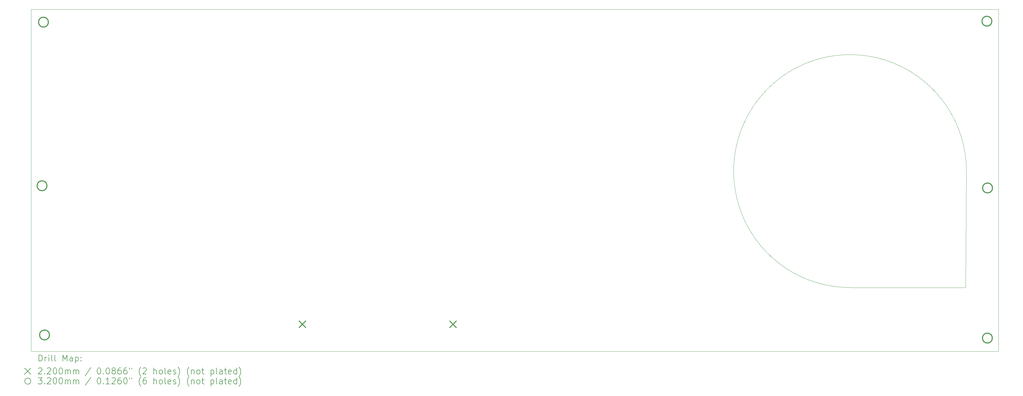
<source format=gbr>
%TF.GenerationSoftware,KiCad,Pcbnew,(6.0.7)*%
%TF.CreationDate,2022-12-19T11:26:11-08:00*%
%TF.ProjectId,openot rev2,6f70656e-6f74-4207-9265-76322e6b6963,rev?*%
%TF.SameCoordinates,Original*%
%TF.FileFunction,Drillmap*%
%TF.FilePolarity,Positive*%
%FSLAX45Y45*%
G04 Gerber Fmt 4.5, Leading zero omitted, Abs format (unit mm)*
G04 Created by KiCad (PCBNEW (6.0.7)) date 2022-12-19 11:26:11*
%MOMM*%
%LPD*%
G01*
G04 APERTURE LIST*
%ADD10C,0.050000*%
%ADD11C,0.100000*%
%ADD12C,0.200000*%
%ADD13C,0.220000*%
%ADD14C,0.320000*%
G04 APERTURE END LIST*
D10*
X36415000Y-16750000D02*
X32665000Y-16750000D01*
X36440000Y-12975000D02*
X36415000Y-16750000D01*
D11*
X6099568Y-7738563D02*
X37478728Y-7738563D01*
X37478728Y-7738563D02*
X37478728Y-18818043D01*
X37478728Y-18818043D02*
X6099568Y-18818043D01*
X6099568Y-18818043D02*
X6099568Y-7738563D01*
D10*
X36440000Y-12975000D02*
G75*
G03*
X32665000Y-16750000I-3775000J0D01*
G01*
D12*
D13*
X14791347Y-17826453D02*
X15011347Y-18046453D01*
X15011347Y-17826453D02*
X14791347Y-18046453D01*
X19675767Y-17823913D02*
X19895767Y-18043913D01*
X19895767Y-17823913D02*
X19675767Y-18043913D01*
D14*
X6617708Y-13451023D02*
G75*
G03*
X6617708Y-13451023I-160000J0D01*
G01*
X6663428Y-8147503D02*
G75*
G03*
X6663428Y-8147503I-160000J0D01*
G01*
X6698988Y-18287183D02*
G75*
G03*
X6698988Y-18287183I-160000J0D01*
G01*
X37265348Y-8117023D02*
G75*
G03*
X37265348Y-8117023I-160000J0D01*
G01*
X37280588Y-18388783D02*
G75*
G03*
X37280588Y-18388783I-160000J0D01*
G01*
X37285668Y-13522143D02*
G75*
G03*
X37285668Y-13522143I-160000J0D01*
G01*
D12*
X6352187Y-19133520D02*
X6352187Y-18933520D01*
X6399806Y-18933520D01*
X6428378Y-18943043D01*
X6447425Y-18962091D01*
X6456949Y-18981139D01*
X6466473Y-19019234D01*
X6466473Y-19047805D01*
X6456949Y-19085901D01*
X6447425Y-19104948D01*
X6428378Y-19123996D01*
X6399806Y-19133520D01*
X6352187Y-19133520D01*
X6552187Y-19133520D02*
X6552187Y-19000186D01*
X6552187Y-19038281D02*
X6561711Y-19019234D01*
X6571235Y-19009710D01*
X6590282Y-19000186D01*
X6609330Y-19000186D01*
X6675997Y-19133520D02*
X6675997Y-19000186D01*
X6675997Y-18933520D02*
X6666473Y-18943043D01*
X6675997Y-18952567D01*
X6685521Y-18943043D01*
X6675997Y-18933520D01*
X6675997Y-18952567D01*
X6799806Y-19133520D02*
X6780759Y-19123996D01*
X6771235Y-19104948D01*
X6771235Y-18933520D01*
X6904568Y-19133520D02*
X6885521Y-19123996D01*
X6875997Y-19104948D01*
X6875997Y-18933520D01*
X7133140Y-19133520D02*
X7133140Y-18933520D01*
X7199806Y-19076377D01*
X7266473Y-18933520D01*
X7266473Y-19133520D01*
X7447425Y-19133520D02*
X7447425Y-19028758D01*
X7437902Y-19009710D01*
X7418854Y-19000186D01*
X7380759Y-19000186D01*
X7361711Y-19009710D01*
X7447425Y-19123996D02*
X7428378Y-19133520D01*
X7380759Y-19133520D01*
X7361711Y-19123996D01*
X7352187Y-19104948D01*
X7352187Y-19085901D01*
X7361711Y-19066853D01*
X7380759Y-19057329D01*
X7428378Y-19057329D01*
X7447425Y-19047805D01*
X7542663Y-19000186D02*
X7542663Y-19200186D01*
X7542663Y-19009710D02*
X7561711Y-19000186D01*
X7599806Y-19000186D01*
X7618854Y-19009710D01*
X7628378Y-19019234D01*
X7637902Y-19038281D01*
X7637902Y-19095424D01*
X7628378Y-19114472D01*
X7618854Y-19123996D01*
X7599806Y-19133520D01*
X7561711Y-19133520D01*
X7542663Y-19123996D01*
X7723616Y-19114472D02*
X7733140Y-19123996D01*
X7723616Y-19133520D01*
X7714092Y-19123996D01*
X7723616Y-19114472D01*
X7723616Y-19133520D01*
X7723616Y-19009710D02*
X7733140Y-19019234D01*
X7723616Y-19028758D01*
X7714092Y-19019234D01*
X7723616Y-19009710D01*
X7723616Y-19028758D01*
X5894568Y-19363043D02*
X6094568Y-19563043D01*
X6094568Y-19363043D02*
X5894568Y-19563043D01*
X6342663Y-19372567D02*
X6352187Y-19363043D01*
X6371235Y-19353520D01*
X6418854Y-19353520D01*
X6437902Y-19363043D01*
X6447425Y-19372567D01*
X6456949Y-19391615D01*
X6456949Y-19410662D01*
X6447425Y-19439234D01*
X6333140Y-19553520D01*
X6456949Y-19553520D01*
X6542663Y-19534472D02*
X6552187Y-19543996D01*
X6542663Y-19553520D01*
X6533140Y-19543996D01*
X6542663Y-19534472D01*
X6542663Y-19553520D01*
X6628378Y-19372567D02*
X6637902Y-19363043D01*
X6656949Y-19353520D01*
X6704568Y-19353520D01*
X6723616Y-19363043D01*
X6733140Y-19372567D01*
X6742663Y-19391615D01*
X6742663Y-19410662D01*
X6733140Y-19439234D01*
X6618854Y-19553520D01*
X6742663Y-19553520D01*
X6866473Y-19353520D02*
X6885521Y-19353520D01*
X6904568Y-19363043D01*
X6914092Y-19372567D01*
X6923616Y-19391615D01*
X6933140Y-19429710D01*
X6933140Y-19477329D01*
X6923616Y-19515424D01*
X6914092Y-19534472D01*
X6904568Y-19543996D01*
X6885521Y-19553520D01*
X6866473Y-19553520D01*
X6847425Y-19543996D01*
X6837902Y-19534472D01*
X6828378Y-19515424D01*
X6818854Y-19477329D01*
X6818854Y-19429710D01*
X6828378Y-19391615D01*
X6837902Y-19372567D01*
X6847425Y-19363043D01*
X6866473Y-19353520D01*
X7056949Y-19353520D02*
X7075997Y-19353520D01*
X7095044Y-19363043D01*
X7104568Y-19372567D01*
X7114092Y-19391615D01*
X7123616Y-19429710D01*
X7123616Y-19477329D01*
X7114092Y-19515424D01*
X7104568Y-19534472D01*
X7095044Y-19543996D01*
X7075997Y-19553520D01*
X7056949Y-19553520D01*
X7037902Y-19543996D01*
X7028378Y-19534472D01*
X7018854Y-19515424D01*
X7009330Y-19477329D01*
X7009330Y-19429710D01*
X7018854Y-19391615D01*
X7028378Y-19372567D01*
X7037902Y-19363043D01*
X7056949Y-19353520D01*
X7209330Y-19553520D02*
X7209330Y-19420186D01*
X7209330Y-19439234D02*
X7218854Y-19429710D01*
X7237902Y-19420186D01*
X7266473Y-19420186D01*
X7285521Y-19429710D01*
X7295044Y-19448758D01*
X7295044Y-19553520D01*
X7295044Y-19448758D02*
X7304568Y-19429710D01*
X7323616Y-19420186D01*
X7352187Y-19420186D01*
X7371235Y-19429710D01*
X7380759Y-19448758D01*
X7380759Y-19553520D01*
X7475997Y-19553520D02*
X7475997Y-19420186D01*
X7475997Y-19439234D02*
X7485521Y-19429710D01*
X7504568Y-19420186D01*
X7533140Y-19420186D01*
X7552187Y-19429710D01*
X7561711Y-19448758D01*
X7561711Y-19553520D01*
X7561711Y-19448758D02*
X7571235Y-19429710D01*
X7590282Y-19420186D01*
X7618854Y-19420186D01*
X7637902Y-19429710D01*
X7647425Y-19448758D01*
X7647425Y-19553520D01*
X8037902Y-19343996D02*
X7866473Y-19601139D01*
X8295044Y-19353520D02*
X8314092Y-19353520D01*
X8333140Y-19363043D01*
X8342663Y-19372567D01*
X8352187Y-19391615D01*
X8361711Y-19429710D01*
X8361711Y-19477329D01*
X8352187Y-19515424D01*
X8342663Y-19534472D01*
X8333140Y-19543996D01*
X8314092Y-19553520D01*
X8295044Y-19553520D01*
X8275997Y-19543996D01*
X8266473Y-19534472D01*
X8256949Y-19515424D01*
X8247425Y-19477329D01*
X8247425Y-19429710D01*
X8256949Y-19391615D01*
X8266473Y-19372567D01*
X8275997Y-19363043D01*
X8295044Y-19353520D01*
X8447425Y-19534472D02*
X8456949Y-19543996D01*
X8447425Y-19553520D01*
X8437902Y-19543996D01*
X8447425Y-19534472D01*
X8447425Y-19553520D01*
X8580759Y-19353520D02*
X8599806Y-19353520D01*
X8618854Y-19363043D01*
X8628378Y-19372567D01*
X8637902Y-19391615D01*
X8647425Y-19429710D01*
X8647425Y-19477329D01*
X8637902Y-19515424D01*
X8628378Y-19534472D01*
X8618854Y-19543996D01*
X8599806Y-19553520D01*
X8580759Y-19553520D01*
X8561711Y-19543996D01*
X8552187Y-19534472D01*
X8542664Y-19515424D01*
X8533140Y-19477329D01*
X8533140Y-19429710D01*
X8542664Y-19391615D01*
X8552187Y-19372567D01*
X8561711Y-19363043D01*
X8580759Y-19353520D01*
X8761711Y-19439234D02*
X8742664Y-19429710D01*
X8733140Y-19420186D01*
X8723616Y-19401139D01*
X8723616Y-19391615D01*
X8733140Y-19372567D01*
X8742664Y-19363043D01*
X8761711Y-19353520D01*
X8799806Y-19353520D01*
X8818854Y-19363043D01*
X8828378Y-19372567D01*
X8837902Y-19391615D01*
X8837902Y-19401139D01*
X8828378Y-19420186D01*
X8818854Y-19429710D01*
X8799806Y-19439234D01*
X8761711Y-19439234D01*
X8742664Y-19448758D01*
X8733140Y-19458281D01*
X8723616Y-19477329D01*
X8723616Y-19515424D01*
X8733140Y-19534472D01*
X8742664Y-19543996D01*
X8761711Y-19553520D01*
X8799806Y-19553520D01*
X8818854Y-19543996D01*
X8828378Y-19534472D01*
X8837902Y-19515424D01*
X8837902Y-19477329D01*
X8828378Y-19458281D01*
X8818854Y-19448758D01*
X8799806Y-19439234D01*
X9009330Y-19353520D02*
X8971235Y-19353520D01*
X8952187Y-19363043D01*
X8942664Y-19372567D01*
X8923616Y-19401139D01*
X8914092Y-19439234D01*
X8914092Y-19515424D01*
X8923616Y-19534472D01*
X8933140Y-19543996D01*
X8952187Y-19553520D01*
X8990283Y-19553520D01*
X9009330Y-19543996D01*
X9018854Y-19534472D01*
X9028378Y-19515424D01*
X9028378Y-19467805D01*
X9018854Y-19448758D01*
X9009330Y-19439234D01*
X8990283Y-19429710D01*
X8952187Y-19429710D01*
X8933140Y-19439234D01*
X8923616Y-19448758D01*
X8914092Y-19467805D01*
X9199806Y-19353520D02*
X9161711Y-19353520D01*
X9142664Y-19363043D01*
X9133140Y-19372567D01*
X9114092Y-19401139D01*
X9104568Y-19439234D01*
X9104568Y-19515424D01*
X9114092Y-19534472D01*
X9123616Y-19543996D01*
X9142664Y-19553520D01*
X9180759Y-19553520D01*
X9199806Y-19543996D01*
X9209330Y-19534472D01*
X9218854Y-19515424D01*
X9218854Y-19467805D01*
X9209330Y-19448758D01*
X9199806Y-19439234D01*
X9180759Y-19429710D01*
X9142664Y-19429710D01*
X9123616Y-19439234D01*
X9114092Y-19448758D01*
X9104568Y-19467805D01*
X9295044Y-19353520D02*
X9295044Y-19391615D01*
X9371235Y-19353520D02*
X9371235Y-19391615D01*
X9666473Y-19629710D02*
X9656949Y-19620186D01*
X9637902Y-19591615D01*
X9628378Y-19572567D01*
X9618854Y-19543996D01*
X9609330Y-19496377D01*
X9609330Y-19458281D01*
X9618854Y-19410662D01*
X9628378Y-19382091D01*
X9637902Y-19363043D01*
X9656949Y-19334472D01*
X9666473Y-19324948D01*
X9733140Y-19372567D02*
X9742664Y-19363043D01*
X9761711Y-19353520D01*
X9809330Y-19353520D01*
X9828378Y-19363043D01*
X9837902Y-19372567D01*
X9847425Y-19391615D01*
X9847425Y-19410662D01*
X9837902Y-19439234D01*
X9723616Y-19553520D01*
X9847425Y-19553520D01*
X10085521Y-19553520D02*
X10085521Y-19353520D01*
X10171235Y-19553520D02*
X10171235Y-19448758D01*
X10161711Y-19429710D01*
X10142664Y-19420186D01*
X10114092Y-19420186D01*
X10095044Y-19429710D01*
X10085521Y-19439234D01*
X10295044Y-19553520D02*
X10275997Y-19543996D01*
X10266473Y-19534472D01*
X10256949Y-19515424D01*
X10256949Y-19458281D01*
X10266473Y-19439234D01*
X10275997Y-19429710D01*
X10295044Y-19420186D01*
X10323616Y-19420186D01*
X10342664Y-19429710D01*
X10352187Y-19439234D01*
X10361711Y-19458281D01*
X10361711Y-19515424D01*
X10352187Y-19534472D01*
X10342664Y-19543996D01*
X10323616Y-19553520D01*
X10295044Y-19553520D01*
X10475997Y-19553520D02*
X10456949Y-19543996D01*
X10447425Y-19524948D01*
X10447425Y-19353520D01*
X10628378Y-19543996D02*
X10609330Y-19553520D01*
X10571235Y-19553520D01*
X10552187Y-19543996D01*
X10542664Y-19524948D01*
X10542664Y-19448758D01*
X10552187Y-19429710D01*
X10571235Y-19420186D01*
X10609330Y-19420186D01*
X10628378Y-19429710D01*
X10637902Y-19448758D01*
X10637902Y-19467805D01*
X10542664Y-19486853D01*
X10714092Y-19543996D02*
X10733140Y-19553520D01*
X10771235Y-19553520D01*
X10790283Y-19543996D01*
X10799806Y-19524948D01*
X10799806Y-19515424D01*
X10790283Y-19496377D01*
X10771235Y-19486853D01*
X10742664Y-19486853D01*
X10723616Y-19477329D01*
X10714092Y-19458281D01*
X10714092Y-19448758D01*
X10723616Y-19429710D01*
X10742664Y-19420186D01*
X10771235Y-19420186D01*
X10790283Y-19429710D01*
X10866473Y-19629710D02*
X10875997Y-19620186D01*
X10895044Y-19591615D01*
X10904568Y-19572567D01*
X10914092Y-19543996D01*
X10923616Y-19496377D01*
X10923616Y-19458281D01*
X10914092Y-19410662D01*
X10904568Y-19382091D01*
X10895044Y-19363043D01*
X10875997Y-19334472D01*
X10866473Y-19324948D01*
X11228378Y-19629710D02*
X11218854Y-19620186D01*
X11199806Y-19591615D01*
X11190282Y-19572567D01*
X11180759Y-19543996D01*
X11171235Y-19496377D01*
X11171235Y-19458281D01*
X11180759Y-19410662D01*
X11190282Y-19382091D01*
X11199806Y-19363043D01*
X11218854Y-19334472D01*
X11228378Y-19324948D01*
X11304568Y-19420186D02*
X11304568Y-19553520D01*
X11304568Y-19439234D02*
X11314092Y-19429710D01*
X11333140Y-19420186D01*
X11361711Y-19420186D01*
X11380759Y-19429710D01*
X11390282Y-19448758D01*
X11390282Y-19553520D01*
X11514092Y-19553520D02*
X11495044Y-19543996D01*
X11485521Y-19534472D01*
X11475997Y-19515424D01*
X11475997Y-19458281D01*
X11485521Y-19439234D01*
X11495044Y-19429710D01*
X11514092Y-19420186D01*
X11542663Y-19420186D01*
X11561711Y-19429710D01*
X11571235Y-19439234D01*
X11580759Y-19458281D01*
X11580759Y-19515424D01*
X11571235Y-19534472D01*
X11561711Y-19543996D01*
X11542663Y-19553520D01*
X11514092Y-19553520D01*
X11637902Y-19420186D02*
X11714092Y-19420186D01*
X11666473Y-19353520D02*
X11666473Y-19524948D01*
X11675997Y-19543996D01*
X11695044Y-19553520D01*
X11714092Y-19553520D01*
X11933140Y-19420186D02*
X11933140Y-19620186D01*
X11933140Y-19429710D02*
X11952187Y-19420186D01*
X11990282Y-19420186D01*
X12009330Y-19429710D01*
X12018854Y-19439234D01*
X12028378Y-19458281D01*
X12028378Y-19515424D01*
X12018854Y-19534472D01*
X12009330Y-19543996D01*
X11990282Y-19553520D01*
X11952187Y-19553520D01*
X11933140Y-19543996D01*
X12142663Y-19553520D02*
X12123616Y-19543996D01*
X12114092Y-19524948D01*
X12114092Y-19353520D01*
X12304568Y-19553520D02*
X12304568Y-19448758D01*
X12295044Y-19429710D01*
X12275997Y-19420186D01*
X12237902Y-19420186D01*
X12218854Y-19429710D01*
X12304568Y-19543996D02*
X12285521Y-19553520D01*
X12237902Y-19553520D01*
X12218854Y-19543996D01*
X12209330Y-19524948D01*
X12209330Y-19505901D01*
X12218854Y-19486853D01*
X12237902Y-19477329D01*
X12285521Y-19477329D01*
X12304568Y-19467805D01*
X12371235Y-19420186D02*
X12447425Y-19420186D01*
X12399806Y-19353520D02*
X12399806Y-19524948D01*
X12409330Y-19543996D01*
X12428378Y-19553520D01*
X12447425Y-19553520D01*
X12590282Y-19543996D02*
X12571235Y-19553520D01*
X12533140Y-19553520D01*
X12514092Y-19543996D01*
X12504568Y-19524948D01*
X12504568Y-19448758D01*
X12514092Y-19429710D01*
X12533140Y-19420186D01*
X12571235Y-19420186D01*
X12590282Y-19429710D01*
X12599806Y-19448758D01*
X12599806Y-19467805D01*
X12504568Y-19486853D01*
X12771235Y-19553520D02*
X12771235Y-19353520D01*
X12771235Y-19543996D02*
X12752187Y-19553520D01*
X12714092Y-19553520D01*
X12695044Y-19543996D01*
X12685521Y-19534472D01*
X12675997Y-19515424D01*
X12675997Y-19458281D01*
X12685521Y-19439234D01*
X12695044Y-19429710D01*
X12714092Y-19420186D01*
X12752187Y-19420186D01*
X12771235Y-19429710D01*
X12847425Y-19629710D02*
X12856949Y-19620186D01*
X12875997Y-19591615D01*
X12885521Y-19572567D01*
X12895044Y-19543996D01*
X12904568Y-19496377D01*
X12904568Y-19458281D01*
X12895044Y-19410662D01*
X12885521Y-19382091D01*
X12875997Y-19363043D01*
X12856949Y-19334472D01*
X12847425Y-19324948D01*
X6094568Y-19783043D02*
G75*
G03*
X6094568Y-19783043I-100000J0D01*
G01*
X6333140Y-19673520D02*
X6456949Y-19673520D01*
X6390282Y-19749710D01*
X6418854Y-19749710D01*
X6437902Y-19759234D01*
X6447425Y-19768758D01*
X6456949Y-19787805D01*
X6456949Y-19835424D01*
X6447425Y-19854472D01*
X6437902Y-19863996D01*
X6418854Y-19873520D01*
X6361711Y-19873520D01*
X6342663Y-19863996D01*
X6333140Y-19854472D01*
X6542663Y-19854472D02*
X6552187Y-19863996D01*
X6542663Y-19873520D01*
X6533140Y-19863996D01*
X6542663Y-19854472D01*
X6542663Y-19873520D01*
X6628378Y-19692567D02*
X6637902Y-19683043D01*
X6656949Y-19673520D01*
X6704568Y-19673520D01*
X6723616Y-19683043D01*
X6733140Y-19692567D01*
X6742663Y-19711615D01*
X6742663Y-19730662D01*
X6733140Y-19759234D01*
X6618854Y-19873520D01*
X6742663Y-19873520D01*
X6866473Y-19673520D02*
X6885521Y-19673520D01*
X6904568Y-19683043D01*
X6914092Y-19692567D01*
X6923616Y-19711615D01*
X6933140Y-19749710D01*
X6933140Y-19797329D01*
X6923616Y-19835424D01*
X6914092Y-19854472D01*
X6904568Y-19863996D01*
X6885521Y-19873520D01*
X6866473Y-19873520D01*
X6847425Y-19863996D01*
X6837902Y-19854472D01*
X6828378Y-19835424D01*
X6818854Y-19797329D01*
X6818854Y-19749710D01*
X6828378Y-19711615D01*
X6837902Y-19692567D01*
X6847425Y-19683043D01*
X6866473Y-19673520D01*
X7056949Y-19673520D02*
X7075997Y-19673520D01*
X7095044Y-19683043D01*
X7104568Y-19692567D01*
X7114092Y-19711615D01*
X7123616Y-19749710D01*
X7123616Y-19797329D01*
X7114092Y-19835424D01*
X7104568Y-19854472D01*
X7095044Y-19863996D01*
X7075997Y-19873520D01*
X7056949Y-19873520D01*
X7037902Y-19863996D01*
X7028378Y-19854472D01*
X7018854Y-19835424D01*
X7009330Y-19797329D01*
X7009330Y-19749710D01*
X7018854Y-19711615D01*
X7028378Y-19692567D01*
X7037902Y-19683043D01*
X7056949Y-19673520D01*
X7209330Y-19873520D02*
X7209330Y-19740186D01*
X7209330Y-19759234D02*
X7218854Y-19749710D01*
X7237902Y-19740186D01*
X7266473Y-19740186D01*
X7285521Y-19749710D01*
X7295044Y-19768758D01*
X7295044Y-19873520D01*
X7295044Y-19768758D02*
X7304568Y-19749710D01*
X7323616Y-19740186D01*
X7352187Y-19740186D01*
X7371235Y-19749710D01*
X7380759Y-19768758D01*
X7380759Y-19873520D01*
X7475997Y-19873520D02*
X7475997Y-19740186D01*
X7475997Y-19759234D02*
X7485521Y-19749710D01*
X7504568Y-19740186D01*
X7533140Y-19740186D01*
X7552187Y-19749710D01*
X7561711Y-19768758D01*
X7561711Y-19873520D01*
X7561711Y-19768758D02*
X7571235Y-19749710D01*
X7590282Y-19740186D01*
X7618854Y-19740186D01*
X7637902Y-19749710D01*
X7647425Y-19768758D01*
X7647425Y-19873520D01*
X8037902Y-19663996D02*
X7866473Y-19921139D01*
X8295044Y-19673520D02*
X8314092Y-19673520D01*
X8333140Y-19683043D01*
X8342663Y-19692567D01*
X8352187Y-19711615D01*
X8361711Y-19749710D01*
X8361711Y-19797329D01*
X8352187Y-19835424D01*
X8342663Y-19854472D01*
X8333140Y-19863996D01*
X8314092Y-19873520D01*
X8295044Y-19873520D01*
X8275997Y-19863996D01*
X8266473Y-19854472D01*
X8256949Y-19835424D01*
X8247425Y-19797329D01*
X8247425Y-19749710D01*
X8256949Y-19711615D01*
X8266473Y-19692567D01*
X8275997Y-19683043D01*
X8295044Y-19673520D01*
X8447425Y-19854472D02*
X8456949Y-19863996D01*
X8447425Y-19873520D01*
X8437902Y-19863996D01*
X8447425Y-19854472D01*
X8447425Y-19873520D01*
X8647425Y-19873520D02*
X8533140Y-19873520D01*
X8590283Y-19873520D02*
X8590283Y-19673520D01*
X8571235Y-19702091D01*
X8552187Y-19721139D01*
X8533140Y-19730662D01*
X8723616Y-19692567D02*
X8733140Y-19683043D01*
X8752187Y-19673520D01*
X8799806Y-19673520D01*
X8818854Y-19683043D01*
X8828378Y-19692567D01*
X8837902Y-19711615D01*
X8837902Y-19730662D01*
X8828378Y-19759234D01*
X8714092Y-19873520D01*
X8837902Y-19873520D01*
X9009330Y-19673520D02*
X8971235Y-19673520D01*
X8952187Y-19683043D01*
X8942664Y-19692567D01*
X8923616Y-19721139D01*
X8914092Y-19759234D01*
X8914092Y-19835424D01*
X8923616Y-19854472D01*
X8933140Y-19863996D01*
X8952187Y-19873520D01*
X8990283Y-19873520D01*
X9009330Y-19863996D01*
X9018854Y-19854472D01*
X9028378Y-19835424D01*
X9028378Y-19787805D01*
X9018854Y-19768758D01*
X9009330Y-19759234D01*
X8990283Y-19749710D01*
X8952187Y-19749710D01*
X8933140Y-19759234D01*
X8923616Y-19768758D01*
X8914092Y-19787805D01*
X9152187Y-19673520D02*
X9171235Y-19673520D01*
X9190283Y-19683043D01*
X9199806Y-19692567D01*
X9209330Y-19711615D01*
X9218854Y-19749710D01*
X9218854Y-19797329D01*
X9209330Y-19835424D01*
X9199806Y-19854472D01*
X9190283Y-19863996D01*
X9171235Y-19873520D01*
X9152187Y-19873520D01*
X9133140Y-19863996D01*
X9123616Y-19854472D01*
X9114092Y-19835424D01*
X9104568Y-19797329D01*
X9104568Y-19749710D01*
X9114092Y-19711615D01*
X9123616Y-19692567D01*
X9133140Y-19683043D01*
X9152187Y-19673520D01*
X9295044Y-19673520D02*
X9295044Y-19711615D01*
X9371235Y-19673520D02*
X9371235Y-19711615D01*
X9666473Y-19949710D02*
X9656949Y-19940186D01*
X9637902Y-19911615D01*
X9628378Y-19892567D01*
X9618854Y-19863996D01*
X9609330Y-19816377D01*
X9609330Y-19778281D01*
X9618854Y-19730662D01*
X9628378Y-19702091D01*
X9637902Y-19683043D01*
X9656949Y-19654472D01*
X9666473Y-19644948D01*
X9828378Y-19673520D02*
X9790283Y-19673520D01*
X9771235Y-19683043D01*
X9761711Y-19692567D01*
X9742664Y-19721139D01*
X9733140Y-19759234D01*
X9733140Y-19835424D01*
X9742664Y-19854472D01*
X9752187Y-19863996D01*
X9771235Y-19873520D01*
X9809330Y-19873520D01*
X9828378Y-19863996D01*
X9837902Y-19854472D01*
X9847425Y-19835424D01*
X9847425Y-19787805D01*
X9837902Y-19768758D01*
X9828378Y-19759234D01*
X9809330Y-19749710D01*
X9771235Y-19749710D01*
X9752187Y-19759234D01*
X9742664Y-19768758D01*
X9733140Y-19787805D01*
X10085521Y-19873520D02*
X10085521Y-19673520D01*
X10171235Y-19873520D02*
X10171235Y-19768758D01*
X10161711Y-19749710D01*
X10142664Y-19740186D01*
X10114092Y-19740186D01*
X10095044Y-19749710D01*
X10085521Y-19759234D01*
X10295044Y-19873520D02*
X10275997Y-19863996D01*
X10266473Y-19854472D01*
X10256949Y-19835424D01*
X10256949Y-19778281D01*
X10266473Y-19759234D01*
X10275997Y-19749710D01*
X10295044Y-19740186D01*
X10323616Y-19740186D01*
X10342664Y-19749710D01*
X10352187Y-19759234D01*
X10361711Y-19778281D01*
X10361711Y-19835424D01*
X10352187Y-19854472D01*
X10342664Y-19863996D01*
X10323616Y-19873520D01*
X10295044Y-19873520D01*
X10475997Y-19873520D02*
X10456949Y-19863996D01*
X10447425Y-19844948D01*
X10447425Y-19673520D01*
X10628378Y-19863996D02*
X10609330Y-19873520D01*
X10571235Y-19873520D01*
X10552187Y-19863996D01*
X10542664Y-19844948D01*
X10542664Y-19768758D01*
X10552187Y-19749710D01*
X10571235Y-19740186D01*
X10609330Y-19740186D01*
X10628378Y-19749710D01*
X10637902Y-19768758D01*
X10637902Y-19787805D01*
X10542664Y-19806853D01*
X10714092Y-19863996D02*
X10733140Y-19873520D01*
X10771235Y-19873520D01*
X10790283Y-19863996D01*
X10799806Y-19844948D01*
X10799806Y-19835424D01*
X10790283Y-19816377D01*
X10771235Y-19806853D01*
X10742664Y-19806853D01*
X10723616Y-19797329D01*
X10714092Y-19778281D01*
X10714092Y-19768758D01*
X10723616Y-19749710D01*
X10742664Y-19740186D01*
X10771235Y-19740186D01*
X10790283Y-19749710D01*
X10866473Y-19949710D02*
X10875997Y-19940186D01*
X10895044Y-19911615D01*
X10904568Y-19892567D01*
X10914092Y-19863996D01*
X10923616Y-19816377D01*
X10923616Y-19778281D01*
X10914092Y-19730662D01*
X10904568Y-19702091D01*
X10895044Y-19683043D01*
X10875997Y-19654472D01*
X10866473Y-19644948D01*
X11228378Y-19949710D02*
X11218854Y-19940186D01*
X11199806Y-19911615D01*
X11190282Y-19892567D01*
X11180759Y-19863996D01*
X11171235Y-19816377D01*
X11171235Y-19778281D01*
X11180759Y-19730662D01*
X11190282Y-19702091D01*
X11199806Y-19683043D01*
X11218854Y-19654472D01*
X11228378Y-19644948D01*
X11304568Y-19740186D02*
X11304568Y-19873520D01*
X11304568Y-19759234D02*
X11314092Y-19749710D01*
X11333140Y-19740186D01*
X11361711Y-19740186D01*
X11380759Y-19749710D01*
X11390282Y-19768758D01*
X11390282Y-19873520D01*
X11514092Y-19873520D02*
X11495044Y-19863996D01*
X11485521Y-19854472D01*
X11475997Y-19835424D01*
X11475997Y-19778281D01*
X11485521Y-19759234D01*
X11495044Y-19749710D01*
X11514092Y-19740186D01*
X11542663Y-19740186D01*
X11561711Y-19749710D01*
X11571235Y-19759234D01*
X11580759Y-19778281D01*
X11580759Y-19835424D01*
X11571235Y-19854472D01*
X11561711Y-19863996D01*
X11542663Y-19873520D01*
X11514092Y-19873520D01*
X11637902Y-19740186D02*
X11714092Y-19740186D01*
X11666473Y-19673520D02*
X11666473Y-19844948D01*
X11675997Y-19863996D01*
X11695044Y-19873520D01*
X11714092Y-19873520D01*
X11933140Y-19740186D02*
X11933140Y-19940186D01*
X11933140Y-19749710D02*
X11952187Y-19740186D01*
X11990282Y-19740186D01*
X12009330Y-19749710D01*
X12018854Y-19759234D01*
X12028378Y-19778281D01*
X12028378Y-19835424D01*
X12018854Y-19854472D01*
X12009330Y-19863996D01*
X11990282Y-19873520D01*
X11952187Y-19873520D01*
X11933140Y-19863996D01*
X12142663Y-19873520D02*
X12123616Y-19863996D01*
X12114092Y-19844948D01*
X12114092Y-19673520D01*
X12304568Y-19873520D02*
X12304568Y-19768758D01*
X12295044Y-19749710D01*
X12275997Y-19740186D01*
X12237902Y-19740186D01*
X12218854Y-19749710D01*
X12304568Y-19863996D02*
X12285521Y-19873520D01*
X12237902Y-19873520D01*
X12218854Y-19863996D01*
X12209330Y-19844948D01*
X12209330Y-19825901D01*
X12218854Y-19806853D01*
X12237902Y-19797329D01*
X12285521Y-19797329D01*
X12304568Y-19787805D01*
X12371235Y-19740186D02*
X12447425Y-19740186D01*
X12399806Y-19673520D02*
X12399806Y-19844948D01*
X12409330Y-19863996D01*
X12428378Y-19873520D01*
X12447425Y-19873520D01*
X12590282Y-19863996D02*
X12571235Y-19873520D01*
X12533140Y-19873520D01*
X12514092Y-19863996D01*
X12504568Y-19844948D01*
X12504568Y-19768758D01*
X12514092Y-19749710D01*
X12533140Y-19740186D01*
X12571235Y-19740186D01*
X12590282Y-19749710D01*
X12599806Y-19768758D01*
X12599806Y-19787805D01*
X12504568Y-19806853D01*
X12771235Y-19873520D02*
X12771235Y-19673520D01*
X12771235Y-19863996D02*
X12752187Y-19873520D01*
X12714092Y-19873520D01*
X12695044Y-19863996D01*
X12685521Y-19854472D01*
X12675997Y-19835424D01*
X12675997Y-19778281D01*
X12685521Y-19759234D01*
X12695044Y-19749710D01*
X12714092Y-19740186D01*
X12752187Y-19740186D01*
X12771235Y-19749710D01*
X12847425Y-19949710D02*
X12856949Y-19940186D01*
X12875997Y-19911615D01*
X12885521Y-19892567D01*
X12895044Y-19863996D01*
X12904568Y-19816377D01*
X12904568Y-19778281D01*
X12895044Y-19730662D01*
X12885521Y-19702091D01*
X12875997Y-19683043D01*
X12856949Y-19654472D01*
X12847425Y-19644948D01*
M02*

</source>
